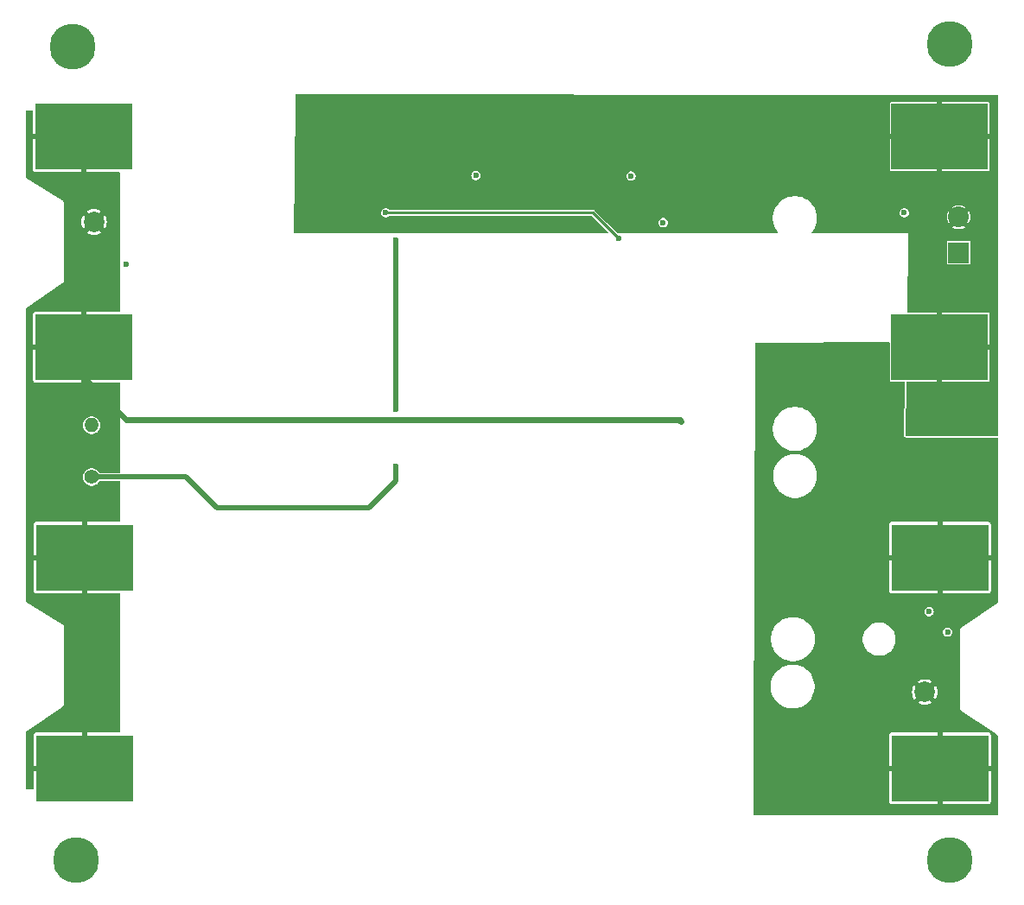
<source format=gbl>
%TF.GenerationSoftware,KiCad,Pcbnew,8.0.5*%
%TF.CreationDate,2024-12-07T17:27:53-08:00*%
%TF.ProjectId,batteryboard,62617474-6572-4796-926f-6172642e6b69,v2C*%
%TF.SameCoordinates,Original*%
%TF.FileFunction,Copper,L4,Bot*%
%TF.FilePolarity,Positive*%
%FSLAX46Y46*%
G04 Gerber Fmt 4.6, Leading zero omitted, Abs format (unit mm)*
G04 Created by KiCad (PCBNEW 8.0.5) date 2024-12-07 17:27:53*
%MOMM*%
%LPD*%
G01*
G04 APERTURE LIST*
%TA.AperFunction,ComponentPad*%
%ADD10C,2.000000*%
%TD*%
%TA.AperFunction,ComponentPad*%
%ADD11C,4.500000*%
%TD*%
%TA.AperFunction,ComponentPad*%
%ADD12R,2.032000X2.032000*%
%TD*%
%TA.AperFunction,ComponentPad*%
%ADD13C,2.032000*%
%TD*%
%TA.AperFunction,ComponentPad*%
%ADD14C,1.400000*%
%TD*%
%TA.AperFunction,ComponentPad*%
%ADD15O,1.400000X1.400000*%
%TD*%
%TA.AperFunction,SMDPad,CuDef*%
%ADD16R,9.467600X6.477000*%
%TD*%
%TA.AperFunction,ViaPad*%
%ADD17C,0.600000*%
%TD*%
%TA.AperFunction,Conductor*%
%ADD18C,0.609600*%
%TD*%
%TA.AperFunction,Conductor*%
%ADD19C,0.508000*%
%TD*%
%TA.AperFunction,Conductor*%
%ADD20C,0.271780*%
%TD*%
G04 APERTURE END LIST*
D10*
X141592300Y-122389900D03*
X60185300Y-76288900D03*
D11*
X144010300Y-138899900D03*
X58060700Y-59098900D03*
X58441700Y-138854900D03*
X144010300Y-58889900D03*
D12*
X144903300Y-79312102D03*
D13*
X144903300Y-75812102D03*
D14*
X59939300Y-101307900D03*
D15*
X59939300Y-96227900D03*
D16*
X59207400Y-88569800D03*
X143027400Y-88569800D03*
X143052800Y-129844800D03*
X59232800Y-129844800D03*
X143052800Y-109194600D03*
X59232800Y-109194600D03*
X59207400Y-67919600D03*
X143027400Y-67919600D03*
D17*
X143256000Y-129794000D03*
X146558000Y-129794000D03*
X145034000Y-129794000D03*
X141732000Y-129794000D03*
X146558000Y-132080000D03*
X141732000Y-132080000D03*
X143256000Y-132080000D03*
X145034000Y-132080000D03*
X131873100Y-90678000D03*
X132711300Y-90678000D03*
X131064000Y-90678000D03*
X131873100Y-91567000D03*
X131064000Y-91567000D03*
X132711300Y-91567000D03*
X143256000Y-127508000D03*
X146558000Y-127508000D03*
X145034000Y-127508000D03*
X131873100Y-89789000D03*
X141732000Y-127508000D03*
X131064000Y-89789000D03*
X132711300Y-89789000D03*
X59995700Y-121881900D03*
X59995700Y-118325900D03*
X59995700Y-120103900D03*
X59995700Y-116547900D03*
X61519700Y-116547900D03*
X61519700Y-118325900D03*
X61519700Y-121881900D03*
X61519700Y-120103900D03*
X58471700Y-120103900D03*
X58471700Y-118325900D03*
X58471700Y-116547900D03*
X58471700Y-121881900D03*
X117665498Y-95821500D03*
X140843000Y-94742000D03*
X143002000Y-94742000D03*
X145288000Y-94742000D03*
X147447000Y-94742000D03*
X145288000Y-96139000D03*
X140843000Y-96139000D03*
X143002000Y-96139000D03*
X147447000Y-96139000D03*
X140843000Y-93345000D03*
X85712300Y-75145900D03*
X143002000Y-93345000D03*
X81775300Y-67779900D03*
X85725000Y-67691000D03*
X81775300Y-75145900D03*
X147447000Y-93345000D03*
X81775300Y-68795900D03*
X145288000Y-93345000D03*
X85725000Y-68961000D03*
X89776300Y-78066900D03*
X89759900Y-100221500D03*
X89776300Y-94703900D03*
X139560300Y-75399900D03*
X63360300Y-80479900D03*
X143811100Y-116502900D03*
X111620300Y-77939900D03*
X88760300Y-75399900D03*
X115944700Y-76353900D03*
X141994700Y-114503900D03*
X97594700Y-71753900D03*
X112794700Y-71778900D03*
D18*
X117563898Y-95719900D02*
X117665498Y-95821500D01*
X59207400Y-88569800D02*
X59207400Y-91567000D01*
X59207400Y-91567000D02*
X63360300Y-95719900D01*
X63360300Y-95719900D02*
X117563898Y-95719900D01*
D19*
X89776300Y-101688900D02*
X89776300Y-100237900D01*
X72250300Y-104355900D02*
X87109300Y-104355900D01*
X69202300Y-101307900D02*
X72250300Y-104355900D01*
X89776300Y-94703900D02*
X89776300Y-78066900D01*
X60439300Y-101307900D02*
X69202300Y-101307900D01*
X89776300Y-100237900D02*
X89759900Y-100221500D01*
X87109300Y-104355900D02*
X89776300Y-101688900D01*
D20*
X111620300Y-77939900D02*
X109080300Y-75399900D01*
X109080300Y-75399900D02*
X88760300Y-75399900D01*
%TA.AperFunction,Conductor*%
G36*
X134874000Y-63881000D02*
G01*
X134874020Y-63880999D01*
X134874071Y-63881000D01*
X140622035Y-63843431D01*
X140702995Y-63842901D01*
X140703485Y-63842900D01*
X148711375Y-63842900D01*
X148759713Y-63860493D01*
X148785433Y-63905042D01*
X148786575Y-63918084D01*
X148790183Y-80387758D01*
X148793867Y-97206785D01*
X148776285Y-97255125D01*
X148731743Y-97280855D01*
X148718668Y-97282000D01*
X139770472Y-97282000D01*
X139722134Y-97264407D01*
X139696414Y-97219858D01*
X139695278Y-97205864D01*
X139759613Y-92034964D01*
X139777806Y-91986849D01*
X139822671Y-91961686D01*
X139834807Y-91960700D01*
X142773400Y-91960700D01*
X143281400Y-91960700D01*
X147776213Y-91960700D01*
X147820662Y-91951858D01*
X147820664Y-91951857D01*
X147871073Y-91918173D01*
X147904757Y-91867764D01*
X147904758Y-91867762D01*
X147913600Y-91823312D01*
X147913600Y-88823800D01*
X143281400Y-88823800D01*
X143281400Y-91960700D01*
X142773400Y-91960700D01*
X142773400Y-88315800D01*
X143281400Y-88315800D01*
X147913600Y-88315800D01*
X147913600Y-85316287D01*
X147904758Y-85271837D01*
X147904757Y-85271835D01*
X147871073Y-85221426D01*
X147820664Y-85187742D01*
X147820662Y-85187741D01*
X147776213Y-85178900D01*
X143281400Y-85178900D01*
X143281400Y-88315800D01*
X142773400Y-88315800D01*
X142773400Y-85178900D01*
X139921055Y-85178900D01*
X139872717Y-85161307D01*
X139846997Y-85116758D01*
X139845861Y-85102764D01*
X139930735Y-78281044D01*
X143734400Y-78281044D01*
X143734400Y-80343157D01*
X143734401Y-80343159D01*
X143743272Y-80387761D01*
X143777064Y-80438334D01*
X143777065Y-80438334D01*
X143777066Y-80438336D01*
X143827642Y-80472130D01*
X143872243Y-80481002D01*
X145934356Y-80481001D01*
X145978958Y-80472130D01*
X146029534Y-80438336D01*
X146063328Y-80387760D01*
X146072200Y-80343159D01*
X146072199Y-78281046D01*
X146063328Y-78236444D01*
X146036176Y-78195809D01*
X146029535Y-78185869D01*
X146029531Y-78185866D01*
X145978958Y-78152074D01*
X145978956Y-78152073D01*
X145934357Y-78143202D01*
X143872244Y-78143202D01*
X143872242Y-78143203D01*
X143827640Y-78152074D01*
X143777067Y-78185866D01*
X143743272Y-78236444D01*
X143743271Y-78236445D01*
X143734400Y-78281044D01*
X139930735Y-78281044D01*
X139941300Y-77431900D01*
X130550270Y-77431900D01*
X130501932Y-77414307D01*
X130476212Y-77369758D01*
X130485145Y-77319100D01*
X130490610Y-77310921D01*
X130636909Y-77120258D01*
X130636911Y-77120256D01*
X130778138Y-76875644D01*
X130886228Y-76614692D01*
X130959332Y-76341863D01*
X130996200Y-76061826D01*
X130996200Y-75779374D01*
X130959332Y-75499337D01*
X130932688Y-75399900D01*
X139102743Y-75399900D01*
X139121277Y-75528811D01*
X139175378Y-75647273D01*
X139175380Y-75647276D01*
X139260666Y-75745701D01*
X139313064Y-75779374D01*
X139363990Y-75812102D01*
X139370226Y-75816109D01*
X139495183Y-75852800D01*
X139625417Y-75852800D01*
X139750373Y-75816109D01*
X139750373Y-75816108D01*
X139750376Y-75816108D01*
X139756614Y-75812099D01*
X143729894Y-75812099D01*
X143729894Y-75812104D01*
X143749873Y-76027715D01*
X143749874Y-76027720D01*
X143809129Y-76235979D01*
X143809132Y-76235987D01*
X143905650Y-76429820D01*
X143914565Y-76441625D01*
X144337491Y-76018699D01*
X144344189Y-76043693D01*
X144423181Y-76180510D01*
X144534892Y-76292221D01*
X144671709Y-76371213D01*
X144696700Y-76377909D01*
X144276419Y-76798190D01*
X144276420Y-76798191D01*
X144380268Y-76862491D01*
X144380269Y-76862492D01*
X144582180Y-76940713D01*
X144795036Y-76980501D01*
X144795037Y-76980502D01*
X145011563Y-76980502D01*
X145011563Y-76980501D01*
X145224419Y-76940713D01*
X145426324Y-76862495D01*
X145426333Y-76862490D01*
X145530178Y-76798191D01*
X145530179Y-76798190D01*
X145109898Y-76377909D01*
X145134891Y-76371213D01*
X145271708Y-76292221D01*
X145383419Y-76180510D01*
X145462411Y-76043693D01*
X145469107Y-76018700D01*
X145892033Y-76441626D01*
X145892034Y-76441626D01*
X145900950Y-76429821D01*
X145997467Y-76235987D01*
X145997470Y-76235979D01*
X146056725Y-76027720D01*
X146056726Y-76027715D01*
X146076706Y-75812104D01*
X146076706Y-75812099D01*
X146056726Y-75596488D01*
X146056725Y-75596483D01*
X145997470Y-75388224D01*
X145997467Y-75388216D01*
X145900948Y-75194381D01*
X145892034Y-75182577D01*
X145892033Y-75182577D01*
X145469107Y-75605503D01*
X145462411Y-75580511D01*
X145383419Y-75443694D01*
X145271708Y-75331983D01*
X145134891Y-75252991D01*
X145109898Y-75246294D01*
X145530179Y-74826012D01*
X145426331Y-74761712D01*
X145426330Y-74761711D01*
X145224419Y-74683490D01*
X145011563Y-74643702D01*
X144795036Y-74643702D01*
X144582180Y-74683490D01*
X144380265Y-74761713D01*
X144380264Y-74761713D01*
X144276420Y-74826011D01*
X144276419Y-74826012D01*
X144696701Y-75246294D01*
X144671709Y-75252991D01*
X144534892Y-75331983D01*
X144423181Y-75443694D01*
X144344189Y-75580511D01*
X144337492Y-75605503D01*
X143914565Y-75182576D01*
X143905648Y-75194385D01*
X143809132Y-75388216D01*
X143809129Y-75388224D01*
X143749874Y-75596483D01*
X143749873Y-75596488D01*
X143729894Y-75812099D01*
X139756614Y-75812099D01*
X139859936Y-75745699D01*
X139945221Y-75647274D01*
X139999323Y-75528809D01*
X140017857Y-75399900D01*
X139999323Y-75270991D01*
X139945221Y-75152526D01*
X139945219Y-75152523D01*
X139859933Y-75054098D01*
X139750373Y-74983690D01*
X139625417Y-74947000D01*
X139495183Y-74947000D01*
X139370226Y-74983690D01*
X139260666Y-75054098D01*
X139175380Y-75152523D01*
X139175378Y-75152526D01*
X139121277Y-75270988D01*
X139102743Y-75399900D01*
X130932688Y-75399900D01*
X130886228Y-75226508D01*
X130778138Y-74965556D01*
X130636911Y-74720944D01*
X130577641Y-74643702D01*
X130464969Y-74496864D01*
X130464957Y-74496850D01*
X130265249Y-74297142D01*
X130265235Y-74297130D01*
X130041158Y-74125190D01*
X129796545Y-73983962D01*
X129535595Y-73875873D01*
X129535593Y-73875872D01*
X129535592Y-73875872D01*
X129262763Y-73802768D01*
X128982726Y-73765900D01*
X128700274Y-73765900D01*
X128420237Y-73802768D01*
X128420233Y-73802769D01*
X128420232Y-73802769D01*
X128247268Y-73849114D01*
X128147408Y-73875872D01*
X128147406Y-73875872D01*
X128147405Y-73875873D01*
X128147404Y-73875873D01*
X127886454Y-73983962D01*
X127641841Y-74125190D01*
X127417764Y-74297130D01*
X127417750Y-74297142D01*
X127218042Y-74496850D01*
X127218030Y-74496864D01*
X127046090Y-74720941D01*
X126904862Y-74965554D01*
X126796773Y-75226504D01*
X126796773Y-75226505D01*
X126753441Y-75388224D01*
X126723668Y-75499337D01*
X126686800Y-75779374D01*
X126686800Y-76061826D01*
X126723668Y-76341863D01*
X126793177Y-76601276D01*
X126796773Y-76614694D01*
X126796773Y-76614695D01*
X126904862Y-76875645D01*
X127046090Y-77120258D01*
X127192390Y-77310921D01*
X127207858Y-77359980D01*
X127188173Y-77407505D01*
X127142545Y-77431257D01*
X127132730Y-77431900D01*
X111551858Y-77431900D01*
X111503520Y-77414307D01*
X111498684Y-77409874D01*
X110442711Y-76353900D01*
X115487143Y-76353900D01*
X115505677Y-76482811D01*
X115559778Y-76601273D01*
X115559780Y-76601276D01*
X115645066Y-76699701D01*
X115754626Y-76770109D01*
X115879583Y-76806800D01*
X116009817Y-76806800D01*
X116134773Y-76770109D01*
X116134773Y-76770108D01*
X116134776Y-76770108D01*
X116244336Y-76699699D01*
X116329621Y-76601274D01*
X116383723Y-76482809D01*
X116402257Y-76353900D01*
X116383723Y-76224991D01*
X116329621Y-76106526D01*
X116329619Y-76106523D01*
X116244333Y-76008098D01*
X116134773Y-75937690D01*
X116009817Y-75901000D01*
X115879583Y-75901000D01*
X115754626Y-75937690D01*
X115645066Y-76008098D01*
X115559780Y-76106523D01*
X115559778Y-76106526D01*
X115505677Y-76224988D01*
X115487143Y-76353900D01*
X110442711Y-76353900D01*
X109257625Y-75168813D01*
X109257619Y-75168809D01*
X109191770Y-75130791D01*
X109167286Y-75124230D01*
X109118320Y-75111110D01*
X109118318Y-75111110D01*
X89143677Y-75111110D01*
X89095339Y-75093517D01*
X89086845Y-75085156D01*
X89059933Y-75054098D01*
X88950373Y-74983690D01*
X88825417Y-74947000D01*
X88695183Y-74947000D01*
X88570226Y-74983690D01*
X88460666Y-75054098D01*
X88375380Y-75152523D01*
X88375378Y-75152526D01*
X88321277Y-75270988D01*
X88302743Y-75399900D01*
X88321277Y-75528811D01*
X88375378Y-75647273D01*
X88375380Y-75647276D01*
X88460666Y-75745701D01*
X88513064Y-75779374D01*
X88563990Y-75812102D01*
X88570226Y-75816109D01*
X88695183Y-75852800D01*
X88825417Y-75852800D01*
X88950373Y-75816109D01*
X88950373Y-75816108D01*
X88950376Y-75816108D01*
X89059936Y-75745699D01*
X89086845Y-75714644D01*
X89131796Y-75689635D01*
X89143677Y-75688690D01*
X108929531Y-75688690D01*
X108977869Y-75706283D01*
X108982705Y-75710716D01*
X110575515Y-77303526D01*
X110597255Y-77350146D01*
X110583941Y-77399833D01*
X110541804Y-77429338D01*
X110522341Y-77431900D01*
X79819553Y-77431900D01*
X79771215Y-77414307D01*
X79745495Y-77369758D01*
X79744360Y-77355654D01*
X79744437Y-77350146D01*
X79822270Y-71753900D01*
X97137143Y-71753900D01*
X97155677Y-71882811D01*
X97209778Y-72001273D01*
X97209780Y-72001276D01*
X97295066Y-72099701D01*
X97404626Y-72170109D01*
X97529583Y-72206800D01*
X97659817Y-72206800D01*
X97784773Y-72170109D01*
X97784773Y-72170108D01*
X97784776Y-72170108D01*
X97894336Y-72099699D01*
X97979621Y-72001274D01*
X98033723Y-71882809D01*
X98048663Y-71778900D01*
X112337143Y-71778900D01*
X112355677Y-71907811D01*
X112409778Y-72026273D01*
X112409780Y-72026276D01*
X112495066Y-72124701D01*
X112604626Y-72195109D01*
X112729583Y-72231800D01*
X112859817Y-72231800D01*
X112984773Y-72195109D01*
X112984773Y-72195108D01*
X112984776Y-72195108D01*
X113094336Y-72124699D01*
X113179621Y-72026274D01*
X113233723Y-71907809D01*
X113252257Y-71778900D01*
X113233723Y-71649991D01*
X113222304Y-71624988D01*
X113179621Y-71531526D01*
X113179619Y-71531523D01*
X113094333Y-71433098D01*
X112984773Y-71362690D01*
X112859817Y-71326000D01*
X112729583Y-71326000D01*
X112604626Y-71362690D01*
X112495066Y-71433098D01*
X112409780Y-71531523D01*
X112409778Y-71531526D01*
X112355677Y-71649988D01*
X112337143Y-71778900D01*
X98048663Y-71778900D01*
X98052257Y-71753900D01*
X98033723Y-71624991D01*
X97979621Y-71506526D01*
X97979619Y-71506523D01*
X97894333Y-71408098D01*
X97784773Y-71337690D01*
X97659817Y-71301000D01*
X97529583Y-71301000D01*
X97404626Y-71337690D01*
X97295066Y-71408098D01*
X97209780Y-71506523D01*
X97209778Y-71506526D01*
X97155677Y-71624988D01*
X97137143Y-71753900D01*
X79822270Y-71753900D01*
X79830348Y-71173112D01*
X138141200Y-71173112D01*
X138150041Y-71217562D01*
X138150042Y-71217564D01*
X138183726Y-71267973D01*
X138234135Y-71301657D01*
X138234137Y-71301658D01*
X138278587Y-71310500D01*
X142773400Y-71310500D01*
X143281400Y-71310500D01*
X147776213Y-71310500D01*
X147820662Y-71301658D01*
X147820664Y-71301657D01*
X147871073Y-71267973D01*
X147904757Y-71217564D01*
X147904758Y-71217562D01*
X147913600Y-71173112D01*
X147913600Y-68173600D01*
X143281400Y-68173600D01*
X143281400Y-71310500D01*
X142773400Y-71310500D01*
X142773400Y-68173600D01*
X138141200Y-68173600D01*
X138141200Y-71173112D01*
X79830348Y-71173112D01*
X79920849Y-64666087D01*
X138141200Y-64666087D01*
X138141200Y-67665600D01*
X142773400Y-67665600D01*
X143281400Y-67665600D01*
X147913600Y-67665600D01*
X147913600Y-64666087D01*
X147904758Y-64621637D01*
X147904757Y-64621635D01*
X147871073Y-64571226D01*
X147820664Y-64537542D01*
X147820662Y-64537541D01*
X147776213Y-64528700D01*
X143281400Y-64528700D01*
X143281400Y-67665600D01*
X142773400Y-67665600D01*
X142773400Y-64528700D01*
X138278587Y-64528700D01*
X138234137Y-64537541D01*
X138234135Y-64537542D01*
X138183726Y-64571226D01*
X138150042Y-64621635D01*
X138150041Y-64621637D01*
X138141200Y-64666087D01*
X79920849Y-64666087D01*
X79932765Y-63809298D01*
X79951029Y-63761213D01*
X79995931Y-63736115D01*
X80008149Y-63735147D01*
X134874000Y-63881000D01*
G37*
%TD.AperFunction*%
%TA.AperFunction,Conductor*%
G36*
X138113534Y-88086405D02*
G01*
X138139488Y-88130817D01*
X138140700Y-88144265D01*
X138140700Y-91823355D01*
X138140701Y-91823357D01*
X138149572Y-91867959D01*
X138183364Y-91918532D01*
X138183365Y-91918532D01*
X138183366Y-91918534D01*
X138233942Y-91952328D01*
X138278543Y-91961200D01*
X139526477Y-91961199D01*
X139574815Y-91978792D01*
X139600535Y-92023341D01*
X139601671Y-92037335D01*
X139537390Y-97203879D01*
X139537390Y-97203911D01*
X139537895Y-97218634D01*
X139537895Y-97218638D01*
X139539032Y-97232633D01*
X139539032Y-97232635D01*
X139559668Y-97298807D01*
X139559669Y-97298810D01*
X139585383Y-97343348D01*
X139585390Y-97343359D01*
X139601177Y-97365904D01*
X139668128Y-97412783D01*
X139668129Y-97412783D01*
X139668131Y-97412785D01*
X139716469Y-97430378D01*
X139770467Y-97439899D01*
X139770468Y-97439900D01*
X148718734Y-97439900D01*
X148767072Y-97457493D01*
X148792792Y-97502042D01*
X148793934Y-97515084D01*
X148797456Y-113591581D01*
X148779873Y-113639922D01*
X148764134Y-113654057D01*
X145152823Y-116075389D01*
X145148548Y-116078052D01*
X145125189Y-116091539D01*
X145125183Y-116091543D01*
X145123154Y-116093573D01*
X145111880Y-116102840D01*
X145109498Y-116104437D01*
X145109493Y-116104441D01*
X145091749Y-116124739D01*
X145088311Y-116128416D01*
X145069240Y-116147488D01*
X145067805Y-116149974D01*
X145059309Y-116161850D01*
X145057418Y-116164013D01*
X145057415Y-116164017D01*
X145045529Y-116188216D01*
X145043160Y-116192657D01*
X145029681Y-116216005D01*
X145029675Y-116216020D01*
X145028932Y-116218792D01*
X145023806Y-116232445D01*
X145022539Y-116235025D01*
X145022535Y-116235036D01*
X145017317Y-116261488D01*
X145016177Y-116266393D01*
X145009200Y-116292435D01*
X145009200Y-116295299D01*
X145007779Y-116309846D01*
X145007226Y-116312650D01*
X145007225Y-116312661D01*
X145009031Y-116339554D01*
X145009200Y-116344592D01*
X145009200Y-123939407D01*
X145009031Y-123944445D01*
X145007225Y-123971339D01*
X145007225Y-123971342D01*
X145007778Y-123974143D01*
X145009200Y-123988698D01*
X145009200Y-123991562D01*
X145016178Y-124017608D01*
X145017318Y-124022513D01*
X145022537Y-124048969D01*
X145022540Y-124048978D01*
X145023801Y-124051545D01*
X145028935Y-124065214D01*
X145029679Y-124067989D01*
X145029680Y-124067990D01*
X145043160Y-124091339D01*
X145045532Y-124095786D01*
X145057417Y-124119985D01*
X145059302Y-124122141D01*
X145067807Y-124134029D01*
X145069240Y-124136511D01*
X145088300Y-124155571D01*
X145091743Y-124159252D01*
X145109493Y-124179557D01*
X145111870Y-124181151D01*
X145123164Y-124190436D01*
X145125188Y-124192460D01*
X145137877Y-124199785D01*
X145148553Y-124205949D01*
X145152808Y-124208600D01*
X148296532Y-126316421D01*
X148764013Y-126629860D01*
X148794364Y-126671392D01*
X148797335Y-126692382D01*
X148791887Y-133337299D01*
X148791032Y-134379762D01*
X148773399Y-134428085D01*
X148728830Y-134453768D01*
X148715832Y-134454900D01*
X124853010Y-134454900D01*
X124804672Y-134437307D01*
X124778952Y-134392758D01*
X124777811Y-134379391D01*
X124783039Y-133108317D01*
X138065001Y-133108317D01*
X138079737Y-133182405D01*
X138135876Y-133266424D01*
X138219894Y-133322562D01*
X138219896Y-133322563D01*
X138293982Y-133337299D01*
X142798800Y-133337299D01*
X143306800Y-133337299D01*
X147811616Y-133337299D01*
X147811617Y-133337298D01*
X147885705Y-133322562D01*
X147969724Y-133266423D01*
X148025862Y-133182405D01*
X148025863Y-133182403D01*
X148040600Y-133108317D01*
X148040600Y-130098800D01*
X143306800Y-130098800D01*
X143306800Y-133337299D01*
X142798800Y-133337299D01*
X142798800Y-130098800D01*
X138065001Y-130098800D01*
X138065001Y-133108317D01*
X124783039Y-133108317D01*
X124809884Y-126581282D01*
X138065000Y-126581282D01*
X138065000Y-129590800D01*
X142798800Y-129590800D01*
X143306800Y-129590800D01*
X148040599Y-129590800D01*
X148040599Y-126581284D01*
X148040598Y-126581282D01*
X148025862Y-126507194D01*
X147969723Y-126423175D01*
X147885705Y-126367037D01*
X147885703Y-126367036D01*
X147811618Y-126352300D01*
X143306800Y-126352300D01*
X143306800Y-129590800D01*
X142798800Y-129590800D01*
X142798800Y-126352300D01*
X138293984Y-126352300D01*
X138293982Y-126352301D01*
X138219894Y-126367037D01*
X138135875Y-126423176D01*
X138079737Y-126507194D01*
X138079736Y-126507196D01*
X138065000Y-126581282D01*
X124809884Y-126581282D01*
X124829950Y-121702574D01*
X126483600Y-121702574D01*
X126483600Y-121985026D01*
X126520468Y-122265063D01*
X126520469Y-122265066D01*
X126520469Y-122265067D01*
X126593573Y-122537894D01*
X126593573Y-122537895D01*
X126701662Y-122798845D01*
X126842890Y-123043458D01*
X127014830Y-123267535D01*
X127014842Y-123267549D01*
X127214550Y-123467257D01*
X127214564Y-123467269D01*
X127352062Y-123572775D01*
X127438644Y-123639211D01*
X127683256Y-123780438D01*
X127944208Y-123888528D01*
X128217037Y-123961632D01*
X128497074Y-123998500D01*
X128497077Y-123998500D01*
X128779523Y-123998500D01*
X128779526Y-123998500D01*
X129059563Y-123961632D01*
X129332392Y-123888528D01*
X129593344Y-123780438D01*
X129837956Y-123639211D01*
X130062041Y-123467265D01*
X130261765Y-123267541D01*
X130433711Y-123043456D01*
X130574938Y-122798844D01*
X130683028Y-122537892D01*
X130722682Y-122389900D01*
X140333510Y-122389900D01*
X140352633Y-122608482D01*
X140409424Y-122820431D01*
X140409425Y-122820435D01*
X140502152Y-123019288D01*
X140543973Y-123079016D01*
X141108141Y-122514847D01*
X141126375Y-122582893D01*
X141192201Y-122696907D01*
X141285293Y-122789999D01*
X141399307Y-122855825D01*
X141467350Y-122874057D01*
X140903182Y-123438225D01*
X140903183Y-123438226D01*
X140962907Y-123480045D01*
X140962907Y-123480046D01*
X141161764Y-123572774D01*
X141161768Y-123572775D01*
X141373717Y-123629566D01*
X141592300Y-123648689D01*
X141810882Y-123629566D01*
X142022831Y-123572775D01*
X142022835Y-123572774D01*
X142221689Y-123480047D01*
X142281416Y-123438225D01*
X141717248Y-122874057D01*
X141785293Y-122855825D01*
X141899307Y-122789999D01*
X141992399Y-122696907D01*
X142058225Y-122582893D01*
X142076457Y-122514848D01*
X142640625Y-123079016D01*
X142682447Y-123019289D01*
X142775174Y-122820435D01*
X142775175Y-122820431D01*
X142831966Y-122608482D01*
X142851089Y-122389900D01*
X142831966Y-122171317D01*
X142775175Y-121959368D01*
X142775174Y-121959364D01*
X142682445Y-121760507D01*
X142640626Y-121700783D01*
X142640625Y-121700782D01*
X142076457Y-122264950D01*
X142058225Y-122196907D01*
X141992399Y-122082893D01*
X141899307Y-121989801D01*
X141785293Y-121923975D01*
X141717247Y-121905741D01*
X142281416Y-121341573D01*
X142221688Y-121299752D01*
X142022835Y-121207025D01*
X142022831Y-121207024D01*
X141810882Y-121150233D01*
X141592300Y-121131110D01*
X141373717Y-121150233D01*
X141161768Y-121207024D01*
X141161764Y-121207025D01*
X140962908Y-121299753D01*
X140962906Y-121299754D01*
X140903183Y-121341572D01*
X140903183Y-121341574D01*
X141467351Y-121905742D01*
X141399307Y-121923975D01*
X141285293Y-121989801D01*
X141192201Y-122082893D01*
X141126375Y-122196907D01*
X141108142Y-122264951D01*
X140543974Y-121700783D01*
X140543972Y-121700783D01*
X140502154Y-121760506D01*
X140502153Y-121760508D01*
X140409425Y-121959364D01*
X140409424Y-121959368D01*
X140352633Y-122171317D01*
X140333510Y-122389900D01*
X130722682Y-122389900D01*
X130756132Y-122265063D01*
X130793000Y-121985026D01*
X130793000Y-121702574D01*
X130756132Y-121422537D01*
X130683028Y-121149708D01*
X130574938Y-120888756D01*
X130433711Y-120644144D01*
X130261765Y-120420059D01*
X130261763Y-120420057D01*
X130261757Y-120420050D01*
X130062049Y-120220342D01*
X130062035Y-120220330D01*
X129837958Y-120048390D01*
X129593345Y-119907162D01*
X129332395Y-119799073D01*
X129332393Y-119799072D01*
X129332392Y-119799072D01*
X129059563Y-119725968D01*
X128779526Y-119689100D01*
X128497074Y-119689100D01*
X128217037Y-119725968D01*
X128217033Y-119725969D01*
X128217032Y-119725969D01*
X128044068Y-119772314D01*
X127944208Y-119799072D01*
X127944206Y-119799072D01*
X127944205Y-119799073D01*
X127944204Y-119799073D01*
X127683254Y-119907162D01*
X127438641Y-120048390D01*
X127214564Y-120220330D01*
X127214550Y-120220342D01*
X127014842Y-120420050D01*
X127014830Y-120420064D01*
X126842890Y-120644141D01*
X126701662Y-120888754D01*
X126593573Y-121149704D01*
X126593573Y-121149705D01*
X126593572Y-121149708D01*
X126520468Y-121422537D01*
X126483600Y-121702574D01*
X124829950Y-121702574D01*
X124849068Y-117054374D01*
X126509000Y-117054374D01*
X126509000Y-117336826D01*
X126545868Y-117616863D01*
X126599752Y-117817963D01*
X126618973Y-117889694D01*
X126618973Y-117889695D01*
X126727062Y-118150645D01*
X126868290Y-118395258D01*
X127040230Y-118619335D01*
X127040242Y-118619349D01*
X127239950Y-118819057D01*
X127239957Y-118819063D01*
X127239959Y-118819065D01*
X127464044Y-118991011D01*
X127708656Y-119132238D01*
X127969608Y-119240328D01*
X128242437Y-119313432D01*
X128522474Y-119350300D01*
X128522477Y-119350300D01*
X128804923Y-119350300D01*
X128804926Y-119350300D01*
X129084963Y-119313432D01*
X129357792Y-119240328D01*
X129618744Y-119132238D01*
X129863356Y-118991011D01*
X130087441Y-118819065D01*
X130287165Y-118619341D01*
X130459111Y-118395256D01*
X130600338Y-118150644D01*
X130708428Y-117889692D01*
X130781532Y-117616863D01*
X130818400Y-117336826D01*
X130818400Y-117067998D01*
X135475200Y-117067998D01*
X135475200Y-117323201D01*
X135515120Y-117575247D01*
X135515123Y-117575259D01*
X135528642Y-117616867D01*
X135593983Y-117817963D01*
X135709840Y-118045346D01*
X135786344Y-118150644D01*
X135859843Y-118251807D01*
X135859850Y-118251815D01*
X136040284Y-118432249D01*
X136040292Y-118432256D01*
X136040294Y-118432258D01*
X136246754Y-118582260D01*
X136474137Y-118698117D01*
X136716845Y-118776978D01*
X136968901Y-118816900D01*
X136968905Y-118816900D01*
X137224095Y-118816900D01*
X137224099Y-118816900D01*
X137476155Y-118776978D01*
X137718863Y-118698117D01*
X137946246Y-118582260D01*
X138152706Y-118432258D01*
X138333158Y-118251806D01*
X138483160Y-118045346D01*
X138599017Y-117817963D01*
X138677878Y-117575255D01*
X138717800Y-117323199D01*
X138717800Y-117068001D01*
X138677878Y-116815945D01*
X138599017Y-116573237D01*
X138563179Y-116502900D01*
X143353543Y-116502900D01*
X143372077Y-116631811D01*
X143426178Y-116750273D01*
X143426180Y-116750276D01*
X143511466Y-116848701D01*
X143621026Y-116919109D01*
X143745983Y-116955800D01*
X143876217Y-116955800D01*
X144001173Y-116919109D01*
X144001173Y-116919108D01*
X144001176Y-116919108D01*
X144110736Y-116848699D01*
X144196021Y-116750274D01*
X144250123Y-116631809D01*
X144268657Y-116502900D01*
X144250123Y-116373991D01*
X144235545Y-116342071D01*
X144196021Y-116255526D01*
X144196019Y-116255523D01*
X144137697Y-116188216D01*
X144110736Y-116157101D01*
X144110735Y-116157100D01*
X144110733Y-116157098D01*
X144001173Y-116086690D01*
X143876217Y-116050000D01*
X143745983Y-116050000D01*
X143621026Y-116086690D01*
X143511466Y-116157098D01*
X143426180Y-116255523D01*
X143426178Y-116255526D01*
X143372077Y-116373988D01*
X143353543Y-116502900D01*
X138563179Y-116502900D01*
X138483160Y-116345854D01*
X138333158Y-116139394D01*
X138333156Y-116139392D01*
X138333149Y-116139384D01*
X138152715Y-115958950D01*
X138152707Y-115958943D01*
X137946247Y-115808941D01*
X137946248Y-115808941D01*
X137946246Y-115808940D01*
X137718863Y-115693083D01*
X137718856Y-115693080D01*
X137718852Y-115693079D01*
X137476159Y-115614223D01*
X137476147Y-115614220D01*
X137224101Y-115574300D01*
X137224099Y-115574300D01*
X136968901Y-115574300D01*
X136968898Y-115574300D01*
X136716852Y-115614220D01*
X136716840Y-115614223D01*
X136474147Y-115693079D01*
X136474139Y-115693082D01*
X136474137Y-115693083D01*
X136474133Y-115693084D01*
X136474133Y-115693085D01*
X136246752Y-115808941D01*
X136040292Y-115958943D01*
X136040284Y-115958950D01*
X135859850Y-116139384D01*
X135859843Y-116139392D01*
X135709841Y-116345852D01*
X135593985Y-116573233D01*
X135593979Y-116573247D01*
X135515123Y-116815940D01*
X135515120Y-116815952D01*
X135475200Y-117067998D01*
X130818400Y-117067998D01*
X130818400Y-117054374D01*
X130781532Y-116774337D01*
X130708428Y-116501508D01*
X130600338Y-116240556D01*
X130586163Y-116216005D01*
X130521752Y-116104441D01*
X130459111Y-115995944D01*
X130430718Y-115958942D01*
X130287169Y-115771864D01*
X130287157Y-115771850D01*
X130087449Y-115572142D01*
X130087435Y-115572130D01*
X129863358Y-115400190D01*
X129618745Y-115258962D01*
X129357795Y-115150873D01*
X129357793Y-115150872D01*
X129357792Y-115150872D01*
X129084963Y-115077768D01*
X128804926Y-115040900D01*
X128522474Y-115040900D01*
X128242437Y-115077768D01*
X128242433Y-115077769D01*
X128242432Y-115077769D01*
X128069468Y-115124114D01*
X127969608Y-115150872D01*
X127969606Y-115150872D01*
X127969605Y-115150873D01*
X127969604Y-115150873D01*
X127708654Y-115258962D01*
X127464041Y-115400190D01*
X127239964Y-115572130D01*
X127239950Y-115572142D01*
X127040242Y-115771850D01*
X127040230Y-115771864D01*
X126868290Y-115995941D01*
X126727062Y-116240554D01*
X126618973Y-116501504D01*
X126618973Y-116501505D01*
X126552316Y-116750274D01*
X126545868Y-116774337D01*
X126509000Y-117054374D01*
X124849068Y-117054374D01*
X124859558Y-114503900D01*
X141537143Y-114503900D01*
X141555677Y-114632811D01*
X141609778Y-114751273D01*
X141609780Y-114751276D01*
X141695066Y-114849701D01*
X141804626Y-114920109D01*
X141929583Y-114956800D01*
X142059817Y-114956800D01*
X142184773Y-114920109D01*
X142184773Y-114920108D01*
X142184776Y-114920108D01*
X142294336Y-114849699D01*
X142379621Y-114751274D01*
X142433723Y-114632809D01*
X142452257Y-114503900D01*
X142433723Y-114374991D01*
X142379621Y-114256526D01*
X142379619Y-114256523D01*
X142294333Y-114158098D01*
X142184773Y-114087690D01*
X142059817Y-114051000D01*
X141929583Y-114051000D01*
X141804626Y-114087690D01*
X141695066Y-114158098D01*
X141609780Y-114256523D01*
X141609778Y-114256526D01*
X141555677Y-114374988D01*
X141537143Y-114503900D01*
X124859558Y-114503900D01*
X124867972Y-112458117D01*
X138065001Y-112458117D01*
X138079737Y-112532205D01*
X138135876Y-112616224D01*
X138219894Y-112672362D01*
X138219896Y-112672363D01*
X138293982Y-112687099D01*
X142798800Y-112687099D01*
X143306800Y-112687099D01*
X147811616Y-112687099D01*
X147811617Y-112687098D01*
X147885705Y-112672362D01*
X147969724Y-112616223D01*
X148025862Y-112532205D01*
X148025863Y-112532203D01*
X148040600Y-112458117D01*
X148040600Y-109448600D01*
X143306800Y-109448600D01*
X143306800Y-112687099D01*
X142798800Y-112687099D01*
X142798800Y-109448600D01*
X138065001Y-109448600D01*
X138065001Y-112458117D01*
X124867972Y-112458117D01*
X124880350Y-109448600D01*
X124894818Y-105931082D01*
X138065000Y-105931082D01*
X138065000Y-108940600D01*
X142798800Y-108940600D01*
X143306800Y-108940600D01*
X148040599Y-108940600D01*
X148040599Y-105931084D01*
X148040598Y-105931082D01*
X148025862Y-105856994D01*
X147969723Y-105772975D01*
X147885705Y-105716837D01*
X147885703Y-105716836D01*
X147811618Y-105702100D01*
X143306800Y-105702100D01*
X143306800Y-108940600D01*
X142798800Y-108940600D01*
X142798800Y-105702100D01*
X138293984Y-105702100D01*
X138293982Y-105702101D01*
X138219894Y-105716837D01*
X138135875Y-105772976D01*
X138079737Y-105856994D01*
X138079736Y-105856996D01*
X138065000Y-105931082D01*
X124894818Y-105931082D01*
X124914884Y-101052374D01*
X126712200Y-101052374D01*
X126712200Y-101334826D01*
X126749068Y-101614863D01*
X126749069Y-101614866D01*
X126749069Y-101614867D01*
X126822173Y-101887694D01*
X126822173Y-101887695D01*
X126930262Y-102148645D01*
X127071490Y-102393258D01*
X127243430Y-102617335D01*
X127243442Y-102617349D01*
X127443150Y-102817057D01*
X127443157Y-102817063D01*
X127443159Y-102817065D01*
X127667244Y-102989011D01*
X127911856Y-103130238D01*
X128172808Y-103238328D01*
X128445637Y-103311432D01*
X128725674Y-103348300D01*
X128725677Y-103348300D01*
X129008123Y-103348300D01*
X129008126Y-103348300D01*
X129288163Y-103311432D01*
X129560992Y-103238328D01*
X129821944Y-103130238D01*
X130066556Y-102989011D01*
X130290641Y-102817065D01*
X130490365Y-102617341D01*
X130662311Y-102393256D01*
X130803538Y-102148644D01*
X130911628Y-101887692D01*
X130984732Y-101614863D01*
X131021600Y-101334826D01*
X131021600Y-101052374D01*
X130984732Y-100772337D01*
X130911628Y-100499508D01*
X130803538Y-100238556D01*
X130662311Y-99993944D01*
X130490365Y-99769859D01*
X130490363Y-99769857D01*
X130490357Y-99769850D01*
X130290649Y-99570142D01*
X130290635Y-99570130D01*
X130066558Y-99398190D01*
X129821945Y-99256962D01*
X129560995Y-99148873D01*
X129560993Y-99148872D01*
X129560992Y-99148872D01*
X129288163Y-99075768D01*
X129008126Y-99038900D01*
X128725674Y-99038900D01*
X128445637Y-99075768D01*
X128445633Y-99075769D01*
X128445632Y-99075769D01*
X128272668Y-99122114D01*
X128172808Y-99148872D01*
X128172806Y-99148872D01*
X128172805Y-99148873D01*
X128172804Y-99148873D01*
X127911854Y-99256962D01*
X127667241Y-99398190D01*
X127443164Y-99570130D01*
X127443150Y-99570142D01*
X127243442Y-99769850D01*
X127243430Y-99769864D01*
X127071490Y-99993941D01*
X126930262Y-100238554D01*
X126822173Y-100499504D01*
X126822173Y-100499505D01*
X126822172Y-100499508D01*
X126749068Y-100772337D01*
X126712200Y-101052374D01*
X124914884Y-101052374D01*
X124933897Y-96429574D01*
X126686800Y-96429574D01*
X126686800Y-96712026D01*
X126723668Y-96992063D01*
X126788128Y-97232633D01*
X126796773Y-97264894D01*
X126796773Y-97264895D01*
X126904862Y-97525845D01*
X127046090Y-97770458D01*
X127218030Y-97994535D01*
X127218042Y-97994549D01*
X127417750Y-98194257D01*
X127417757Y-98194263D01*
X127417759Y-98194265D01*
X127641844Y-98366211D01*
X127886456Y-98507438D01*
X128147408Y-98615528D01*
X128420237Y-98688632D01*
X128700274Y-98725500D01*
X128700277Y-98725500D01*
X128982723Y-98725500D01*
X128982726Y-98725500D01*
X129262763Y-98688632D01*
X129535592Y-98615528D01*
X129796544Y-98507438D01*
X130041156Y-98366211D01*
X130265241Y-98194265D01*
X130464965Y-97994541D01*
X130636911Y-97770456D01*
X130778138Y-97525844D01*
X130886228Y-97264892D01*
X130959332Y-96992063D01*
X130996200Y-96712026D01*
X130996200Y-96429574D01*
X130959332Y-96149537D01*
X130886228Y-95876708D01*
X130778138Y-95615756D01*
X130636911Y-95371144D01*
X130464965Y-95147059D01*
X130464963Y-95147057D01*
X130464957Y-95147050D01*
X130265249Y-94947342D01*
X130265235Y-94947330D01*
X130041158Y-94775390D01*
X129796545Y-94634162D01*
X129535595Y-94526073D01*
X129535593Y-94526072D01*
X129535592Y-94526072D01*
X129262763Y-94452968D01*
X128982726Y-94416100D01*
X128700274Y-94416100D01*
X128420237Y-94452968D01*
X128420233Y-94452969D01*
X128420232Y-94452969D01*
X128247268Y-94499314D01*
X128147408Y-94526072D01*
X128147406Y-94526072D01*
X128147405Y-94526073D01*
X128147404Y-94526073D01*
X127886454Y-94634162D01*
X127641841Y-94775390D01*
X127417764Y-94947330D01*
X127417750Y-94947342D01*
X127218042Y-95147050D01*
X127218030Y-95147064D01*
X127046090Y-95371141D01*
X126904862Y-95615754D01*
X126796773Y-95876704D01*
X126796773Y-95876705D01*
X126796772Y-95876708D01*
X126723668Y-96149537D01*
X126686800Y-96429574D01*
X124933897Y-96429574D01*
X124967693Y-88212495D01*
X124985485Y-88164232D01*
X125030138Y-88138695D01*
X125042484Y-88137607D01*
X138065108Y-88069067D01*
X138113534Y-88086405D01*
G37*
%TD.AperFunction*%
%TA.AperFunction,Conductor*%
G36*
X54192738Y-65384493D02*
G01*
X54218458Y-65429042D01*
X54219600Y-65442100D01*
X54219600Y-67665600D01*
X59386200Y-67665600D01*
X59434538Y-67683193D01*
X59460258Y-67727742D01*
X59461400Y-67740800D01*
X59461400Y-71412099D01*
X62651289Y-71412099D01*
X62699627Y-71429692D01*
X62725347Y-71474241D01*
X62726489Y-71487285D01*
X62729064Y-85002086D01*
X62711480Y-85050427D01*
X62666936Y-85076155D01*
X62653864Y-85077300D01*
X59461400Y-85077300D01*
X59461400Y-92062299D01*
X62655223Y-92062299D01*
X62703561Y-92079892D01*
X62729281Y-92124441D01*
X62730423Y-92137485D01*
X62732078Y-100825788D01*
X62714495Y-100874127D01*
X62669951Y-100899855D01*
X62656879Y-100901000D01*
X60732637Y-100901000D01*
X60684299Y-100883407D01*
X60667512Y-100863400D01*
X60633111Y-100803816D01*
X60513143Y-100670577D01*
X60368100Y-100565198D01*
X60204315Y-100492277D01*
X60204313Y-100492276D01*
X60204312Y-100492276D01*
X60028943Y-100455000D01*
X59849657Y-100455000D01*
X59674288Y-100492276D01*
X59674287Y-100492276D01*
X59674284Y-100492277D01*
X59510499Y-100565198D01*
X59365456Y-100670577D01*
X59245493Y-100803811D01*
X59245490Y-100803815D01*
X59245489Y-100803817D01*
X59232804Y-100825788D01*
X59155845Y-100959082D01*
X59100442Y-101129598D01*
X59081702Y-101307900D01*
X59100442Y-101486201D01*
X59100442Y-101486203D01*
X59100443Y-101486205D01*
X59155845Y-101656717D01*
X59245489Y-101811983D01*
X59245492Y-101811986D01*
X59245493Y-101811988D01*
X59365456Y-101945222D01*
X59510499Y-102050601D01*
X59510500Y-102050601D01*
X59510501Y-102050602D01*
X59674288Y-102123524D01*
X59849657Y-102160800D01*
X59849659Y-102160800D01*
X60028941Y-102160800D01*
X60028943Y-102160800D01*
X60204312Y-102123524D01*
X60368099Y-102050602D01*
X60416447Y-102015474D01*
X60513143Y-101945222D01*
X60633111Y-101811983D01*
X60667512Y-101752400D01*
X60706917Y-101719335D01*
X60732637Y-101714800D01*
X62657062Y-101714800D01*
X62705400Y-101732393D01*
X62731120Y-101776942D01*
X62732261Y-101789985D01*
X62732325Y-102123522D01*
X62732993Y-105626886D01*
X62715409Y-105675227D01*
X62670865Y-105700955D01*
X62657793Y-105702100D01*
X59486800Y-105702100D01*
X59486800Y-112687099D01*
X62659151Y-112687099D01*
X62707489Y-112704692D01*
X62733209Y-112749241D01*
X62734351Y-112762285D01*
X62736926Y-126277086D01*
X62719342Y-126325427D01*
X62674798Y-126351155D01*
X62661726Y-126352300D01*
X59486800Y-126352300D01*
X59486800Y-130023600D01*
X59469207Y-130071938D01*
X59424658Y-130097658D01*
X59411600Y-130098800D01*
X54245001Y-130098800D01*
X54245001Y-131839700D01*
X54227408Y-131888038D01*
X54182859Y-131913758D01*
X54169801Y-131914900D01*
X53572417Y-131914900D01*
X53524079Y-131897307D01*
X53498359Y-131852758D01*
X53497217Y-131839727D01*
X53495360Y-126581282D01*
X54245000Y-126581282D01*
X54245001Y-129590800D01*
X58978800Y-129590800D01*
X58978800Y-126352300D01*
X54473984Y-126352300D01*
X54473982Y-126352301D01*
X54399894Y-126367037D01*
X54315875Y-126423176D01*
X54259737Y-126507194D01*
X54259736Y-126507196D01*
X54245000Y-126581282D01*
X53495360Y-126581282D01*
X53495270Y-126327198D01*
X53512846Y-126278854D01*
X53528045Y-126265081D01*
X53710603Y-126140344D01*
X57069863Y-123845051D01*
X57074687Y-123842017D01*
X57096611Y-123829360D01*
X57099802Y-123826169D01*
X57110555Y-123817248D01*
X57114294Y-123814694D01*
X57130795Y-123795478D01*
X57134646Y-123791324D01*
X57152560Y-123773411D01*
X57154823Y-123769490D01*
X57162896Y-123758099D01*
X57165844Y-123754668D01*
X57176806Y-123731842D01*
X57179461Y-123726814D01*
X57192121Y-123704889D01*
X57193290Y-123700524D01*
X57198146Y-123687418D01*
X57200102Y-123683347D01*
X57204785Y-123658454D01*
X57206049Y-123652908D01*
X57212600Y-123628461D01*
X57212600Y-123623938D01*
X57213897Y-123610030D01*
X57214733Y-123605588D01*
X57212816Y-123580350D01*
X57212600Y-123574655D01*
X57212600Y-115974113D01*
X57212629Y-115972026D01*
X57213582Y-115937686D01*
X57213153Y-115933548D01*
X57212600Y-115929343D01*
X57212600Y-115929338D01*
X57203701Y-115896130D01*
X57203213Y-115894206D01*
X57195231Y-115860722D01*
X57195228Y-115860717D01*
X57195228Y-115860715D01*
X57193757Y-115856865D01*
X57192123Y-115852918D01*
X57192121Y-115852911D01*
X57192117Y-115852904D01*
X57174945Y-115823160D01*
X57173927Y-115821340D01*
X57157585Y-115791129D01*
X57155125Y-115787732D01*
X57152557Y-115784385D01*
X57128296Y-115760125D01*
X57126840Y-115758629D01*
X57103211Y-115733651D01*
X57099953Y-115731005D01*
X57096612Y-115728441D01*
X57096611Y-115728440D01*
X57066859Y-115711262D01*
X57065069Y-115710195D01*
X53531047Y-113536962D01*
X53499088Y-113496655D01*
X53495239Y-113472891D01*
X53495434Y-112458117D01*
X54245001Y-112458117D01*
X54259737Y-112532205D01*
X54315876Y-112616224D01*
X54399894Y-112672362D01*
X54399896Y-112672363D01*
X54473982Y-112687099D01*
X58978800Y-112687099D01*
X58978800Y-109448600D01*
X54245001Y-109448600D01*
X54245001Y-112458117D01*
X53495434Y-112458117D01*
X53496690Y-105931082D01*
X54245000Y-105931082D01*
X54245000Y-108940600D01*
X58978800Y-108940600D01*
X58978800Y-105702100D01*
X54473984Y-105702100D01*
X54473982Y-105702101D01*
X54399894Y-105716837D01*
X54315875Y-105772976D01*
X54259737Y-105856994D01*
X54259736Y-105856996D01*
X54245000Y-105931082D01*
X53496690Y-105931082D01*
X53498558Y-96227900D01*
X59081702Y-96227900D01*
X59100442Y-96406201D01*
X59100442Y-96406203D01*
X59100443Y-96406205D01*
X59155845Y-96576717D01*
X59245489Y-96731983D01*
X59245492Y-96731986D01*
X59245493Y-96731988D01*
X59365456Y-96865222D01*
X59510499Y-96970601D01*
X59510500Y-96970601D01*
X59510501Y-96970602D01*
X59674288Y-97043524D01*
X59849657Y-97080800D01*
X59849659Y-97080800D01*
X60028941Y-97080800D01*
X60028943Y-97080800D01*
X60204312Y-97043524D01*
X60368099Y-96970602D01*
X60416447Y-96935474D01*
X60513143Y-96865222D01*
X60633106Y-96731988D01*
X60633111Y-96731983D01*
X60722755Y-96576717D01*
X60778157Y-96406205D01*
X60796898Y-96227900D01*
X60778157Y-96049595D01*
X60722755Y-95879083D01*
X60633111Y-95723817D01*
X60633106Y-95723811D01*
X60513143Y-95590577D01*
X60368100Y-95485198D01*
X60204315Y-95412277D01*
X60204313Y-95412276D01*
X60204312Y-95412276D01*
X60028943Y-95375000D01*
X59849657Y-95375000D01*
X59674288Y-95412276D01*
X59674287Y-95412276D01*
X59674284Y-95412277D01*
X59510499Y-95485198D01*
X59365456Y-95590577D01*
X59245493Y-95723811D01*
X59245490Y-95723815D01*
X59245489Y-95723817D01*
X59202340Y-95798552D01*
X59155845Y-95879082D01*
X59100442Y-96049598D01*
X59081702Y-96227900D01*
X53498558Y-96227900D01*
X53499404Y-91833317D01*
X54219601Y-91833317D01*
X54234337Y-91907405D01*
X54290476Y-91991424D01*
X54374494Y-92047562D01*
X54374496Y-92047563D01*
X54448582Y-92062299D01*
X58953400Y-92062299D01*
X58953400Y-88823800D01*
X54219601Y-88823800D01*
X54219601Y-91833317D01*
X53499404Y-91833317D01*
X53500660Y-85306282D01*
X54219600Y-85306282D01*
X54219600Y-88315800D01*
X58953400Y-88315800D01*
X58953400Y-85077300D01*
X54448584Y-85077300D01*
X54448582Y-85077301D01*
X54374494Y-85092037D01*
X54290475Y-85148176D01*
X54234337Y-85232194D01*
X54234336Y-85232196D01*
X54219600Y-85306282D01*
X53500660Y-85306282D01*
X53500761Y-84780329D01*
X53518364Y-84731995D01*
X53533530Y-84718258D01*
X57075463Y-82298151D01*
X57080287Y-82295117D01*
X57102211Y-82282460D01*
X57105402Y-82279269D01*
X57116155Y-82270348D01*
X57119894Y-82267794D01*
X57136395Y-82248578D01*
X57140246Y-82244424D01*
X57158160Y-82226511D01*
X57160423Y-82222590D01*
X57168496Y-82211199D01*
X57171444Y-82207768D01*
X57182406Y-82184942D01*
X57185061Y-82179914D01*
X57197721Y-82157989D01*
X57198890Y-82153624D01*
X57203746Y-82140518D01*
X57205702Y-82136447D01*
X57210385Y-82111554D01*
X57211649Y-82106008D01*
X57218200Y-82081561D01*
X57218200Y-82077038D01*
X57219497Y-82063130D01*
X57220333Y-82058688D01*
X57218416Y-82033450D01*
X57218200Y-82027755D01*
X57218200Y-76288900D01*
X58926510Y-76288900D01*
X58945633Y-76507482D01*
X59002424Y-76719431D01*
X59002425Y-76719435D01*
X59095152Y-76918288D01*
X59136973Y-76978016D01*
X59701141Y-76413847D01*
X59719375Y-76481893D01*
X59785201Y-76595907D01*
X59878293Y-76688999D01*
X59992307Y-76754825D01*
X60060350Y-76773057D01*
X59496182Y-77337225D01*
X59496183Y-77337226D01*
X59555907Y-77379045D01*
X59555907Y-77379046D01*
X59754764Y-77471774D01*
X59754768Y-77471775D01*
X59966717Y-77528566D01*
X60185300Y-77547689D01*
X60403882Y-77528566D01*
X60615831Y-77471775D01*
X60615835Y-77471774D01*
X60814689Y-77379047D01*
X60874416Y-77337225D01*
X60310248Y-76773057D01*
X60378293Y-76754825D01*
X60492307Y-76688999D01*
X60585399Y-76595907D01*
X60651225Y-76481893D01*
X60669457Y-76413848D01*
X61233625Y-76978016D01*
X61275447Y-76918289D01*
X61368174Y-76719435D01*
X61368175Y-76719431D01*
X61424966Y-76507482D01*
X61444089Y-76288900D01*
X61424966Y-76070317D01*
X61368175Y-75858368D01*
X61368174Y-75858364D01*
X61275445Y-75659507D01*
X61233626Y-75599783D01*
X61233625Y-75599782D01*
X60669457Y-76163950D01*
X60651225Y-76095907D01*
X60585399Y-75981893D01*
X60492307Y-75888801D01*
X60378293Y-75822975D01*
X60310247Y-75804741D01*
X60874416Y-75240573D01*
X60814688Y-75198752D01*
X60615835Y-75106025D01*
X60615831Y-75106024D01*
X60403882Y-75049233D01*
X60185300Y-75030110D01*
X59966717Y-75049233D01*
X59754768Y-75106024D01*
X59754764Y-75106025D01*
X59555908Y-75198753D01*
X59555906Y-75198754D01*
X59496183Y-75240572D01*
X59496183Y-75240574D01*
X60060351Y-75804742D01*
X59992307Y-75822975D01*
X59878293Y-75888801D01*
X59785201Y-75981893D01*
X59719375Y-76095907D01*
X59701142Y-76163951D01*
X59136974Y-75599783D01*
X59136972Y-75599783D01*
X59095154Y-75659506D01*
X59095153Y-75659508D01*
X59002425Y-75858364D01*
X59002424Y-75858368D01*
X58945633Y-76070317D01*
X58926510Y-76288900D01*
X57218200Y-76288900D01*
X57218200Y-74427213D01*
X57218229Y-74425126D01*
X57219182Y-74390786D01*
X57218753Y-74386648D01*
X57218200Y-74382443D01*
X57218200Y-74382438D01*
X57209301Y-74349230D01*
X57208813Y-74347306D01*
X57200831Y-74313822D01*
X57200828Y-74313817D01*
X57200828Y-74313815D01*
X57199357Y-74309965D01*
X57197723Y-74306018D01*
X57197721Y-74306011D01*
X57197717Y-74306004D01*
X57180545Y-74276260D01*
X57179527Y-74274440D01*
X57163185Y-74244229D01*
X57160725Y-74240832D01*
X57158157Y-74237485D01*
X57133896Y-74213225D01*
X57132440Y-74211729D01*
X57108811Y-74186751D01*
X57105553Y-74184105D01*
X57102212Y-74181541D01*
X57102211Y-74181540D01*
X57072459Y-74164362D01*
X57070669Y-74163295D01*
X53536608Y-71990038D01*
X53504649Y-71949731D01*
X53500800Y-71925981D01*
X53500800Y-71183115D01*
X54219600Y-71183115D01*
X54219601Y-71183117D01*
X54234337Y-71257205D01*
X54290476Y-71341224D01*
X54374494Y-71397362D01*
X54374496Y-71397363D01*
X54448582Y-71412099D01*
X58953400Y-71412099D01*
X58953400Y-68173600D01*
X54219600Y-68173600D01*
X54219600Y-71183115D01*
X53500800Y-71183115D01*
X53500800Y-65442100D01*
X53518393Y-65393762D01*
X53562942Y-65368042D01*
X53576000Y-65366900D01*
X54144400Y-65366900D01*
X54192738Y-65384493D01*
G37*
%TD.AperFunction*%
M02*

</source>
